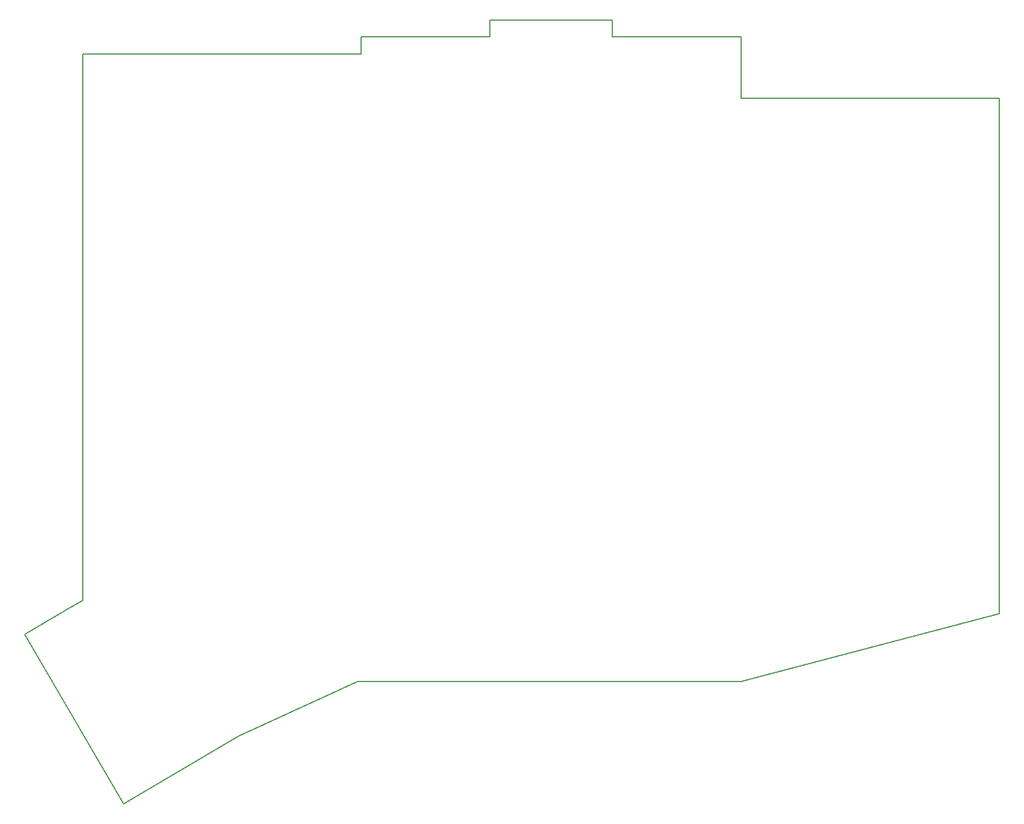
<source format=gm1>
G04 #@! TF.GenerationSoftware,KiCad,Pcbnew,(5.1.5-0-10_14)*
G04 #@! TF.CreationDate,2021-02-04T13:06:06+01:00*
G04 #@! TF.ProjectId,SofleKeyboard,536f666c-654b-4657-9962-6f6172642e6b,rev?*
G04 #@! TF.SameCoordinates,Original*
G04 #@! TF.FileFunction,Profile,NP*
%FSLAX46Y46*%
G04 Gerber Fmt 4.6, Leading zero omitted, Abs format (unit mm)*
G04 Created by KiCad (PCBNEW (5.1.5-0-10_14)) date 2021-02-04 13:06:06*
%MOMM*%
%LPD*%
G04 APERTURE LIST*
%ADD10C,0.150000*%
G04 APERTURE END LIST*
D10*
X111230000Y-40552000D02*
X89730000Y-40552000D01*
X130730000Y-40552000D02*
X111230000Y-40552000D01*
X130730000Y-38052000D02*
X130730000Y-40552000D01*
X149730000Y-38052000D02*
X130730000Y-38052000D01*
X149730000Y-35552000D02*
X149730000Y-38052000D01*
X167730000Y-35552000D02*
X149730000Y-35552000D01*
X167730000Y-38052000D02*
X167730000Y-35552000D01*
X186730000Y-38052000D02*
X167730000Y-38052000D01*
X186730000Y-47052000D02*
X186730000Y-38052000D01*
X224730000Y-47052000D02*
X186730000Y-47052000D01*
X224730000Y-123052000D02*
X224730000Y-47052000D01*
X186730000Y-133052000D02*
X224730000Y-123052000D01*
X130230000Y-133052000D02*
X186730000Y-133052000D01*
X112730000Y-141052000D02*
X130230000Y-133052000D01*
X95730000Y-151052000D02*
X112730000Y-141052000D01*
X81230000Y-126052000D02*
X95730000Y-151052000D01*
X87230000Y-122552000D02*
X81230000Y-126052000D01*
X89730000Y-40552000D02*
X89730000Y-99940000D01*
X89730000Y-99940000D02*
X89730000Y-100552000D01*
X89730000Y-100552000D02*
X89730000Y-121052000D01*
X89730000Y-121052000D02*
X87230000Y-122552000D01*
M02*

</source>
